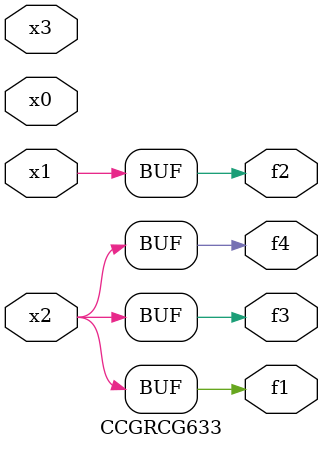
<source format=v>
module CCGRCG633(
	input x0, x1, x2, x3,
	output f1, f2, f3, f4
);
	assign f1 = x2;
	assign f2 = x1;
	assign f3 = x2;
	assign f4 = x2;
endmodule

</source>
